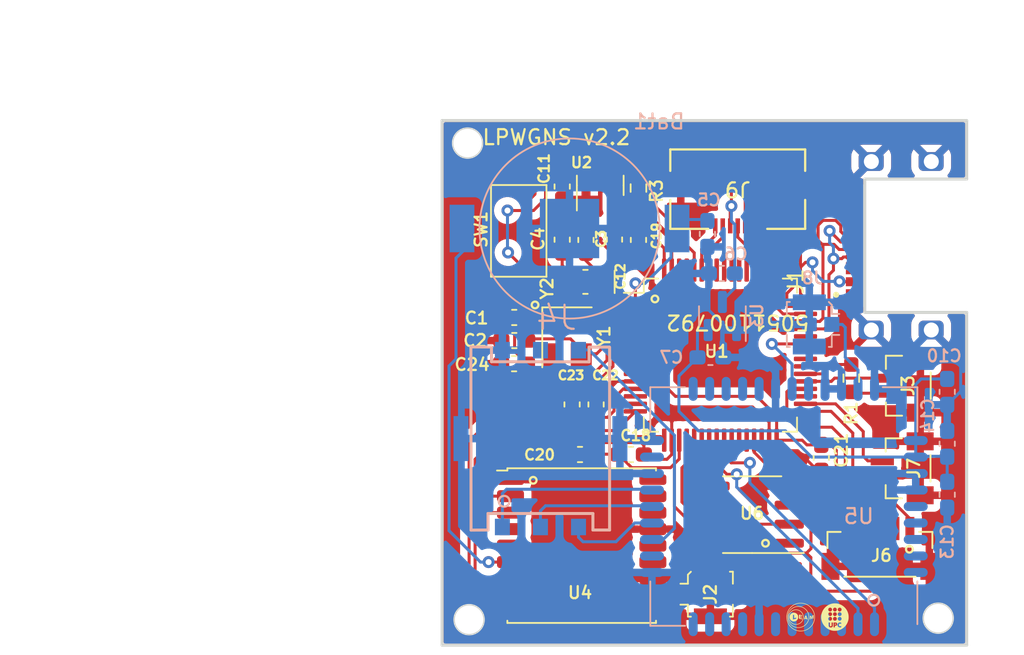
<source format=kicad_pcb>
(kicad_pcb (version 20241229) (generator "pcbnew") (generator_version "9.0")
  (layers (0 "F.Cu" signal) (2 "B.Cu" signal) (13 "F.Paste" user) (15 "B.Paste" user) (5 "F.SilkS" user "F.Silkscreen") (7 "B.SilkS" user "B.Silkscreen") (1 "F.Mask" user) (3 "B.Mask" user) (25 "Edge.Cuts" user))
  (net 0 "")
  (net 1 "GND")
  (net 2 "PH0-HSO_IN")
  (net 3 "PC14-LSO_IN")
  (net 4 "Vin")
  (net 5 "NRST")
  (net 6 "LPWA_NRST")
  (net 7 "GPS_NRST")
  (net 8 "VUSB")
  (net 11 "D-")
  (net 12 "D+")
  (net 15 "SWCLK")
  (net 16 "DEBUG_Tx")
  (net 17 "DEBUG_Rx")
  (net 18 "MIC_WS")
  (net 19 "MIC_DATA")
  (net 20 "MIC_BCLK")
  (net 21 "STATUS_N")
  (net 22 "PH1-HSO_OUT")
  (net 23 "STATUS_P")
  (net 24 "PC15-LSO_OUT")
  (net 25 "LPWA_UART4_TX")
  (net 26 "LPUART_RX")
  (net 27 "LPUART_TX")
  (net 29 "LPWA_UART4_RX")
  (net 31 "BOOT0")
  (net 45 "uC_PB_REC")
  (net 46 "SCK(C)")
  (net 47 "MISO(Q)")
  (net 48 "MOSI(D)")
  (net 49 "CS(S)")
  (net 55 "+1V8")
  (net 56 "Net-(J2-In)")
  (net 64 "SIM_VDD")
  (net 65 "SIM_RST")
  (net 66 "SIM_CLK")
  (net 68 "SIM_DATA")
  (net 69 "ANT_NBIoT")
  (net 92 "SWDIO")
  (net 93 "Net-(J3-Pad2)")
  (net 94 "+2V1")
  (net 97 "VBAT_P2")
  (net 98 "VBAT_P1")
  (footprint "5044490507:MOLEX_5044490507" (layer "F.Cu") (at 54.110792 130.658878)
    (property "Reference" "J6")
    (property "Value" "5044490507")
  )
  (footprint "Capacitor_SMD:C_0603_1608Metric_Pad1.08x0.95mm_HandSolder" (layer "F.Cu") (at 36.4 109.8375 90)
    (property "Reference" "C12")
    (property "Value" "1uF")
  )
  (footprint "Capacitor_SMD:C_0603_1608Metric_Pad1.08x0.95mm_HandSolder" (layer "F.Cu") (at 29.710792 115.034855 180)
    (property "Reference" "C1")
    (property "Value" "8pf")
  )
  (footprint "Connector_Coaxial:U.FL_Molex_MCRF_73412-0110_Vertical" (layer "F.Cu") (at 42.8 133.5 -90)
    (property "Reference" "J2")
    (property "Value" "73412-0110")
  )
  (footprint "Resistor_SMD:R_0603_1608Metric_Pad0.98x0.95mm_HandSolder" (layer "F.Cu") (at 52.2 119.0875 90)
    (property "Reference" "R1")
    (property "Value" "5")
  )
  (footprint "Customs:Crystal_SMD_Abracon_ABM8G-4Pin_Custom" (layer "F.Cu") (at 33.230613 116.362709 -90)
    (property "Reference" "Y1")
    (property "Value" "ABM8W-16.3840MHZ")
  )
  (footprint "Capacitor_SMD:C_0603_1608Metric_Pad1.08x0.95mm_HandSolder" (layer "F.Cu") (at 34.099632 124.179292)
    (property "Reference" "C20")
    (property "Value" "100nF")
  )
  (footprint "Capacitor_SMD:C_0603_1608Metric_Pad1.08x0.95mm_HandSolder" (layer "F.Cu") (at 32.910792 109.846378 -90)
    (property "Reference" "C4")
    (property "Value" "8pf")
  )
  (footprint "Capacitor_SMD:C_0603_1608Metric_Pad1.08x0.95mm_HandSolder" (layer "F.Cu") (at 29.715893 116.577373)
    (property "Reference" "C2")
    (property "Value" "8pf")
  )
  (footprint "Capacitor_SMD:C_0603_1608Metric_Pad1.08x0.95mm_HandSolder" (layer "F.Cu") (at 38 109.8625 90)
    (property "Reference" "C19")
    (property "Value" "100nF")
  )
  (footprint "Capacitor_SMD:C_0603_1608Metric_Pad1.08x0.95mm_HandSolder" (layer "F.Cu") (at 29.702063 118.118915)
    (property "Reference" "C24")
    (property "Value" "100nF")
  )
  (footprint "Capacitor_SMD:C_0603_1608Metric_Pad1.08x0.95mm_HandSolder" (layer "F.Cu") (at 34.494789 109.864344 90)
    (property "Reference" "C3")
    (property "Value" "8pf")
  )
  (footprint "Capacitor_SMD:C_0603_1608Metric_Pad1.08x0.95mm_HandSolder" (layer "F.Cu") (at 32.910792 106.3 90)
    (property "Reference" "C11")
    (property "Value" "1uF")
  )
  (footprint "5044490207:MOLEX_5044490207" (layer "F.Cu") (at 55.825024 119.590293 90)
    (property "Reference" "J3")
    (property "Value" "5044490207")
  )
  (footprint "Capacitor_SMD:C_0603_1608Metric_Pad1.08x0.95mm_HandSolder" (layer "F.Cu") (at 37.499632 124.179292 180)
    (property "Reference" "C18")
    (property "Value" "10uF")
  )
  (footprint "Capacitor_SMD:C_0603_1608Metric_Pad1.08x0.95mm_HandSolder" (layer "F.Cu") (at 50.2 124.4 90)
    (property "Reference" "C21")
    (property "Value" "100nF")
  )
  (footprint "Package_TO_SOT_SMD:SOT-23" (layer "F.Cu") (at 35.45 106.221378 90)
    (property "Reference" "U2")
    (property "Value" "MCP1700x-180xxTT")
  )
  (footprint "Capacitor_SMD:C_0603_1608Metric_Pad1.08x0.95mm_HandSolder" (layer "F.Cu") (at 35.17044 120.839804 -90)
    (property "Reference" "C22")
    (property "Value" "100nF")
  )
  (footprint "RF_GPS:ublox_MAX" (layer "F.Cu") (at 34.210792 130.258878)
    (property "Reference" "U4")
    (property "Value" "MAX-M10S")
  )
  (footprint "Package_QFP:LQFP-64_10x10mm_P0.5mm" (layer "F.Cu") (at 43.46967 117.55)
    (property "Reference" "U1")
    (property "Value" "STM32L452RET6")
  )
  (footprint "USB4500-03-0-A_REVA:GCT_USB4500-03-0-A_REVA" (layer "F.Cu") (at 57.540037 110.252107 90)
    (property "Reference" "J1")
    (property "Value" "USB4500-03-0-A")
  )
  (footprint "Package_SO:SOIC-8_3.9x4.9mm_P1.27mm" (layer "F.Cu") (at 45.585792 128.193878 180)
    (property "Reference" "U6")
    (property "Value" "M95P32-I")
  )
  (footprint "Crystal:Crystal_SMD_MicroCrystal_CC8V-T1A-2Pin_2.0x1.2mm_HandSoldering" (layer "F.Cu") (at 34.460792 112.658878 180)
    (property "Reference" "Y2")
    (property "Value" "CM8V-T1A-32.768kHz-4pF-20PPM-TA-QC")
  )
  (footprint "Capacitor_SMD:C_0603_1608Metric_Pad1.08x0.95mm_HandSolder" (layer "F.Cu") (at 33.57044 120.839804 -90)
    (property "Reference" "C23")
    (property "Value" "1uF")
  )
  (footprint "Customs:leam_upc" (layer "F.Cu") (at 50 135)
    (property "Reference" "G***" (hide yes))
    (property "Value" "LOGO" (hide yes))
  )
  (footprint "5044490207:MOLEX_5044490207" (layer "F.Cu") (at 55.810792 125.1 90)
    (property "Reference" "J7")
    (property "Value" "5044490207")
  )
  (footprint "Button_Switch_SMD:SW_SPST_CK_RS282G05A3" (layer "F.Cu") (at 30.010792 109.258878 -90)
    (property "Reference" "SW1")
    (property "Value" "PTS636 SM43 SMTR LFS ")
  )
  (footprint "Resistor_SMD:R_0603_1608Metric_Pad0.98x0.95mm_HandSolder" (layer "F.Cu") (at 38 106.4 90)
    (property "Reference" "R3")
    (property "Value" "10k")
  )
  (footprint "505110-0792:CON_5051100792_MOL" (layer "F.Cu") (at 44.623137 106.473871 180)
    (property "Reference" "J9")
    (property "Value" "5051100792")
  )
  (footprint "SIM8051-6-0-14-00-X-REVD:GCT_SIM8051-6-0-14-00-X-REVD" (layer "B.Cu") (at 31.460611 123.116836 180)
    (property "Reference" "J4")
    (property "Value" "SIM8051-6-0-14-00")
  )
  (footprint "Capacitor_SMD:C_0603_1608Metric_Pad1.08x0.95mm_HandSolder" (layer "B.Cu") (at 58.6 120 90)
    (property "Reference" "C10")
    (property "Value" "4.7uF")
  )
  (footprint "RF_GSM:SIMCom_SIM800C" (layer "B.Cu") (at 47.7 127.65 90)
    (property "Reference" "U5")
    (property "Value" "SIM7022")
  )
  (footprint "Capacitor_SMD:C_0603_1608Metric_Pad1.08x0.95mm_HandSolder" (layer "B.Cu") (at 43.5625 112.1)
    (property "Reference" "C6")
    (property "Value" "1uF")
  )
  (footprint "2894:BAT_2894" (layer "B.Cu") (at 33.4 109.1 180)
    (property "Reference" "Bat1")
    (property "Value" "534-2894")
  )
  (footprint "Package_TO_SOT_SMD:SOT-23" (layer "B.Cu") (at 43.6 114.9375 90)
    (property "Reference" "U3")
    (property "Value" "MCP1700T-2302E/TT ")
  )
  (footprint "Capacitor_SMD:C_0603_1608Metric_Pad1.08x0.95mm_HandSolder" (layer "B.Cu") (at 58.6 126.8625 90)
    (property "Reference" "C13")
    (property "Value" "33pF")
  )
  (footprint "Capacitor_SMD:C_0603_1608Metric_Pad1.08x0.95mm_HandSolder" (layer "B.Cu") (at 42.8 117.7 180)
    (property "Reference" "C7")
    (property "Value" "1uF")
  )
  (footprint "Capacitor_SMD:C_0603_1608Metric_Pad1.08x0.95mm_HandSolder" (layer "B.Cu") (at 58.6 123.4625 -90)
    (property "Reference" "C14")
    (property "Value" "100nF")
  )
  (footprint "Connector_Coaxial:U.FL_Molex_MCRF_73412-0110_Vertical" (layer "B.Cu") (at 49.4 115.5 -90)
    (property "Reference" "J8")
    (property "Value" "73412-0110")
  )
  (footprint "Capacitor_SMD:C_0603_1608Metric_Pad1.08x0.95mm_HandSolder" (layer "B.Cu") (at 42.6 109.4625 90)
    (property "Reference" "C5")
    (property "Value" "100nF")
  )
  (gr_circle (center 31.1 114.2) (end 31.2 114.4) (stroke (width 0.15)) (fill no) (layer "F.SilkS"))
  (gr_circle (center 30.976394 125.9) (end 31.076394 126.1) (stroke (width 0.15)) (fill no) (layer "F.SilkS"))
  (gr_circle (center 46.476394 130.1) (end 46.576394 130.3) (stroke (width 0.15)) (fill no) (layer "F.SilkS"))
  (gr_circle (center 56.076394 130.5) (end 56.176394 130.7) (stroke (width 0.15)) (fill no) (layer "F.SilkS"))
  (gr_circle (center 39.1 113.8) (end 39.2 114) (stroke (width 0.15)) (fill no) (layer "F.SilkS"))
  (gr_circle (center 53.7 133.9) (end 54 134.1) (stroke (width 0.15)) (fill no) (layer "B.SilkS"))
  (gr_circle (center 29.039445 127.3) (end 29.339445 127.5) (stroke (width 0.15)) (fill no) (layer "B.SilkS"))
  (gr_line (start 53.1 114.7) (end 53.1 105.8) (stroke (width 0.2)) (layer "Edge.Cuts"))
  (gr_line (start 53.1 105.8) (end 59.9 105.8) (stroke (width 0.2)) (layer "Edge.Cuts"))
  (gr_line (start 59.9 101.9) (end 24.9 101.9) (stroke (width 0.2)) (layer "Edge.Cuts"))
  (gr_line (start 24.9 101.9) (end 24.9 136.9) (stroke (width 0.2)) (layer "Edge.Cuts"))
  (gr_circle (center 26.7 135.2) (end 27.7 135.2) (stroke (width 0.1)) (fill no) (layer "Edge.Cuts"))
  (gr_line (start 59.9 105.8) (end 59.9 101.9) (stroke (width 0.2)) (layer "Edge.Cuts"))
  (gr_line (start 59.9 136.9) (end 59.9 114.7) (stroke (width 0.2)) (layer "Edge.Cuts"))
  (gr_circle (center 58 135.1) (end 59 135.1) (stroke (width 0.1)) (fill no) (layer "Edge.Cuts"))
  (gr_line (start 24.9 136.9) (end 59.9 136.9) (stroke (width 0.2)) (layer "Edge.Cuts"))
  (gr_circle (center 26.6 103.4) (end 27.6 103.4) (stroke (width 0.1)) (fill no) (layer "Edge.Cuts"))
  (gr_line (start 59.9 114.7) (end 53.1 114.7) (stroke (width 0.2)) (layer "Edge.Cuts"))
  (gr_text "LPWGNS v2.2" (at 27.5 103.6 0) (layer "F.SilkS") (effects (font (size 1 1)) (justify left bottom)))
  (segment (start 37.427587 108.127587) (end 37.1 107.8) (width 0.2) (layer "F.Cu") (net 1))
  (segment (start 39.071378 106.558878) (end 38 105.4875) (width 0.2) (layer "F.Cu") (net 1))
  (segment (start 28.853393 118.105085) (end 28.839563 118.118915) (width 0.2) (layer "F.Cu") (net 1))
  (segment (start 40.21967 109.81967) (end 38.527587 108.127587) (width 0.2) (layer "F.Cu") (net 1))
  (segment (start 58.8 126.563086) (end 58.8 131.3) (width 0.2) (layer "F.Cu") (net 1))
  (segment (start 52.856122 131.643878) (end 53.1 131.4) (width 0.2) (layer "F.Cu") (net 1))
  (segment (start 45.7 133.5) (end 45.9 133.7) (width 0.2) (layer "F.Cu") (net 1))
  (segment (start 56.795792 123.3) (end 56.795792 121.529208) (width 0.2) (layer "F.Cu") (net 1))
  (segment (start 38.362132 123.562132) (end 38.362132 124.179292) (width 0.2) (layer "F.Cu") (net 1))
  (segment (start 50.810792 131.643878) (end 50.810792 130.310792) (width 0.2) (layer "F.Cu") (net 1))
  (segment (start 27.5 109.667756) (end 27.5 114.8) (width 0.2) (layer "F.Cu") (net 1))
  (segment (start 48.3 113.035356) (end 47.9 113.435356) (width 0.2) (layer "F.Cu") (net 1))
  (segment (start 38.362132 124.179292) (end 38.979292 124.179292) (width 0.2) (layer "F.Cu") (net 1))
  (segment (start 38.960792 134.658878) (end 40.658878 134.658878) (width 0.2) (layer "F.Cu") (net 1))
  (segment (start 28.741122 105.358878) (end 30.010792 105.358878) (width 0.2) (layer "F.Cu") (net 1))
  (segment (start 36.508878 129.608878) (end 37.210792 129.608878) (width 0.2) (layer "F.Cu") (net 1))
  (segment (start 30.341122 103.558878) (end 45.758878 103.558878) (width 0.2) (layer "F.Cu") (net 1))
  (segment (start 37.458878 132.458878) (end 38.960792 132.458878) (width 0.2) (layer "F.Cu") (net 1))
  (segment (start 58.7 117.03207) (end 58.7 117.780586) (width 0.2) (layer "F.Cu") (net 1))
  (segment (start 37.160792 132.160792) (end 37.458878 132.458878) (width 0.2) (layer "F.Cu") (net 1))
  (segment (start 32.758878 125.858878) (end 36.508878 129.608878) (width 0.2) (layer "F.Cu") (net 1))
  (segment (start 58.4 133.3) (end 58.8 132.9) (width 0.2) (layer "F.Cu") (net 1))
  (segment (start 48.3 110.6) (end 48.3 113.035356) (width 0.2) (layer "F.Cu") (net 1))
  (segment (start 30.010792 103.889208) (end 30.341122 103.558878) (width 0.2) (layer "F.Cu") (net 1))
  (segment (start 35.291122 107.158878) (end 35.45 107) (width 0.2) (layer "F.Cu") (net 1))
  (segment (start 38.183878 123.383878) (end 38.362132 123.562132) (width 0.2) (layer "F.Cu") (net 1))
  (segment (start 42.8 134.975) (end 45.425 134.975) (width 0.2) (layer "F.Cu") (net 1))
  (segment (start 27.734855 115.034855) (end 28.848292 115.034855) (width 0.2) (layer "F.Cu") (net 1))
  (segment (start 40.21967 111.875) (end 40.21967 109.81967) (width 0.2) (layer "F.Cu") (net 1))
  (segment (start 37.160792 129.658878) (end 37.160792 132.058878) (width 0.2) (layer "F.Cu") (net 1))
  (segment (start 37.975 110.7) (end 38 110.725) (width 0.2) (layer "F.Cu") (net 1))
  (segment (start 30.010792 105.358878) (end 30.010792 103.889208) (width 0.2) (layer "F.Cu") (net 1))
  (segment (start 54.270792 125.6) (end 58.4 125.6) (width 0.2) (layer "F.Cu") (net 1))
  (segment (start 58.8 126) (end 58.8 126.563086) (width 0.2) (layer "F.Cu") (net 1))
  (segment (start 37.160792 134.360792) (end 37.160792 132.058878) (width 0.2) (layer "F.Cu") (net 1))
  (segment (start 58.8 117.9) (end 58.8 122.9) (width 0.2) (layer "F.Cu") (net 1))
  (segment (start 58.4 123.3) (end 58.8 122.9) (width 0.2) (layer "F.Cu") (net 1))
  (segment (start 39.31967 118.58033) (end 38.6 119.3) (width 0.2) (layer "F.Cu") (net 1))
  (segment (start 37.210792 129.608878) (end 37.160792 129.658878) (width 0.2) (layer "F.Cu") (net 1))
  (segment (start 50.8 128.2) (end 50.8 130.3) (width 0.2) (layer "F.Cu") (net 1))
  (segment (start 32.910792 107.1625) (end 32.914414 107.158878) (width 0.2) (layer "F.Cu") (net 1))
  (segment (start 37.210792 129.389208) (end 37.210792 129.608878) (width 0.2) (layer "F.Cu") (net 1))
  (segment (start 46.4 121.7) (end 40.5 121.7) (width 0.2) (layer "F.Cu") (net 1))
  (segment (start 39.9 124.5) (end 40.21967 124.18033) (width 0.2) (layer "F.Cu") (net 1))
  (segment (start 36.2 110.7) (end 37.975 110.7) (width 0.2) (layer "F.Cu") (net 1))
  (segment (start 38.527587 108.127587) (end 37.427587 108.127587) (width 0.2) (layer "F.Cu") (net 1))
  (segment (start 45.758878 103.558878) (end 47.3 105.1) (width 0.2) (layer "F.Cu") (net 1))
  (segment (start 56.810024 117.790293) (end 58.690293 117.790293) (width 0.2) (layer "F.Cu") (net 1))
  (segment (start 35.45 107) (end 35.45 106.734982) (width 0.2) (layer "F.Cu") (net 1))
  (segment (start 42.8 132.025) (end 44.025 132.025) (width 0.2) (layer "F.Cu") (net 1))
  (segment (start 38 111.8) (end 39.31967 113.11967) (width 0.2) (layer "F.Cu") (net 1))
  (segment (start 48.060792 126.288878) (end 48.888878 126.288878) (width 0.2) (layer "F.Cu") (net 1))
  (segment (start 36.226844 110.726844) (end 34.501844 109.001844) (width 0.2) (layer "F.Cu") (net 1))
  (segment (start 52.390037 105.826109) (end 52.390037 107.052107) (width 0.2) (layer "F.Cu") (net 1))
  (segment (start 27.9 106.2) (end 28.741122 105.358878) (width 0.2) (layer "F.Cu") (net 1))
  (segment (start 33.53294 120.014804) (end 33.57044 119.977304) (width 0.2) (layer "F.Cu") (net 1))
  (segment (start 46.71967 123.225) (end 46.71967 122.01967) (width 0.2) (layer "F.Cu") (net 1))
  (segment (start 29.460792 125.858878) (end 32.758878 125.858878) (width 0.2) (layer "F.Cu") (net 1))
  (segment (start 52.390037 113.452107) (end 52.390037 114.722107) (width 0.2) (layer "F.Cu") (net 1))
  (segment (start 38 110.725) (end 38 111.8) (width 0.2) (layer "F.Cu") (net 1))
  (segment (start 39.31967 113.11967) (end 39.31967 118.58033) (width 0.2) (layer "F.Cu") (net 1))
  (segment (start 38.960792 134.658878) (end 37.458878 134.658878) (width 0.2) (layer "F.Cu") (net 1))
  (segment (start 58.456122 131.643878) (end 58.8 131.3) (width 0.2) (layer "F.Cu") (net 1))
  (segment (start 50.2 125.65) (end 50.2 125.2625) (width 0.2) (layer "F.Cu") (net 1))
  (segment (start 58.463086 126.9) (end 58.8 126.563086) (width 0.2) (layer "F.Cu") (net 1))
  (segment (start 33.57044 119.977304) (end 35.17044 119.977304) (width 0.2) (layer "F.Cu") (net 1))
  (segment (start 52.390037 105.782107) (end 53.540037 104.632107) (width 0.2) (layer "F.Cu") (net 1))
  (segment (start 58.8 132.9) (end 58.8 131.3) (width 0.2) (layer "F.Cu") (net 1))
  (segment (start 33.248292 125.369464) (end 33.248292 123.551708) (width 0.2) (layer "F.Cu") (net 1))
  (segment (start 46.71967 124.03033) (end 46.71967 123.225) (width 0.2) (layer "F.Cu") (net 1))
  (segment (start 32.910792 108.983878) (end 28.183878 108.983878) (width 0.2) (layer "F.Cu") (net 1))
  (segment (start 37.1 107.8) (end 37.1 106.3875) (width 0.2) (layer "F.Cu") (net 1))
  (segment (start 53.110792 130.089208) (end 53.110792 129.118878) (width 0.2) (layer "F.Cu") (net 1))
  (segment (start 53.110792 128.560792) (end 50.2 125.65) (width 0.2) (layer "F.Cu") (net 1))
  (segment (start 40.21967 111.875) (end 40.21967 113.01967) (width 0.2) (layer "F.Cu") (net 1))
  (segment (start 58.4 125.6) (end 58.8 126) (width 0.2) (layer "F.Cu") (net 1))
  (segment (start 47.43689 107.66311) (end 49.71939 107.66311) (width 0.2) (layer "F.Cu") (net 1))
  (segment (start 45.9 132.7) (end 45.9 134.5) (width 0.2) (layer "F.Cu") (net 1))
  (segment (start 38.6 119.3) (end 37.79467 119.3) (width 0.2) (layer "F.Cu") (net 1))
  (segment (start 49.9625 125.2625) (end 49.2 124.5) (width 0.2) (layer "F.Cu") (net 1))
  (segment (start 57.540037 115.872107) (end 58.7 117.03207) (width 0.2) (layer "F.Cu") (net 1))
  (segment (start 47.3 105.1) (end 47.3 105.623777) (width 0.2) (layer "F.Cu") (net 1))
  (segment (start 49.2 124.5) (end 47.18934 124.5) (width 0.2) (layer "F.Cu") (net 1))
  (segment (start 37.458878 134.658878) (end 37.160792 134.360792) (width 0.2) (layer "F.Cu") (net 1))
  (segment (start 47.9 113.435356) (end 47.9 114.2) (width 0.2) (layer "F.Cu") (net 1))
  (segment (start 32.758878 125.858878) (end 33.248292 125.369464) (width 0.2) (layer "F.Cu") (net 1))
  (segment (start 33.248292 123.551708) (end 33.416122 123.383878) (width 0.2) (layer "F.Cu") (net 1))
  (segment (start 50.810792 131.643878) (end 52.856122 131.643878) (width 0.2) (layer "F.Cu") (net 1))
  (segment (start 28.183878 108.983878) (end 27.5 109.667756) (width 0.2) (layer "F.Cu") (net 1))
  (segment (start 35.892366 119.977304) (end 36.56967 119.3) (width 0.2) (layer "F.Cu") (net 1))
  (segment (start 28.853393 116.577373) (end 28.853393 118.105085) (width 0.2) (layer "F.Cu") (net 1))
  (segment (start 52.390037 105.826109) (end 52.390037 105.782107) (width 0.2) (layer "F.Cu") (net 1))
  (segment (start 35.45 106.734982) (end 36.697482 105.4875) (width 0.2) (layer "F.Cu") (net 1))
  (segment (start 55.458223 117.790293) (end 56.329755 117.790293) (width 0.2) (layer "F.Cu") (net 1))
  (segment (start 37.441122 129.158878) (end 37.210792 129.389208) (width 0.2) (layer "F.Cu") (net 1))
  (segment (start 53.1 130.1) (end 53.110792 130.089208) (width 0.2) (layer "F.Cu") (net 1))
  (segment (start 40.975 134.975) (end 42.8 134.975) (width 0.2) (layer "F.Cu") (net 1))
  (segment (start 46.169986 108.930014) (end 47.43689 107.66311) (width 0.2) (layer "F.Cu") (net 1))
  (segment (start 55.1 133.3) (end 58.4 133.3) (width 0.2) (layer "F.Cu") (net 1))
  (segment (start 40.21967 113.01967) (end 42.5 115.3) (width 0.2) (layer "F.Cu") (net 1))
  (segment (start 48 114.3) (end 49.14467 114.3) (width 0.2) (layer "F.Cu") (net 1))
  (segment (start 48.888878 126.288878) (end 50.8 128.2) (width 0.2) (layer "F.Cu") (net 1))
  (segment (start 45.225 132.025) (end 45.9 132.7) (width 0.2) (layer "F.Cu") (net 1))
  (segment (start 40.21967 124.18033) (end 40.21967 123.225) (width 0.2) (layer "F.Cu") (net 1))
  (segment (start 56.795792 123.3) (end 58.4 123.3) (width 0.2) (layer "F.Cu") (net 1))
  (segment (start 32.910792 108.983878) (end 32.910792 107.1625) (width 0.2) (layer "F.Cu") (net 1))
  (segment (start 33.416122 123.383878) (end 38.183878 123.383878) (width 0.2) (layer "F.Cu") (net 1))
  (segment (start 34.501844 109.001844) (end 34.494789 109.001844) (width 0.2) (layer "F.Cu") (net 1))
  (segment (start 40.5 121.7) (end 40.21967 121.98033) (width 0.2) (layer "F.Cu") (net 1))
  (segment (start 46.71967 122.01967) (end 46.4 121.7) (width 0.2) (layer "F.Cu") (net 1))
  (segment (start 28.183878 108.983878) (end 27.9 108.7) (width 0.2) (layer "F.Cu") (net 1))
  (segment (start 38.979292 124.179292) (end 39.3 124.5) (width 0.2) (layer "F.Cu") (net 1))
  (segment (start 58.8 122.9) (end 58.8 126.563086) (width 0.2) (layer "F.Cu") (net 1))
  (segment (start 32.910792 108.983878) (end 34.476823 108.983878) (width 0.2) (layer "F.Cu") (net 1))
  (segment (start 32.914414 107.158878) (end 35.291122 107.158878) (width 0.2) (layer "F.Cu") (net 1))
  (segment (start 45.425 134.975) (end 45.9 134.5) (width 0.2) (layer "F.Cu") (net 1))
  (segment (start 56.795792 126.9) (end 58.463086 126.9) (width 0.2) (layer "F.Cu") (net 1))
  (segment (start 52.390037 114.722107) (end 53.540037 115.872107) (width 0.2) (layer "F.Cu") (net 1))
  (segment (start 58.7 117.780586) (end 58.690293 117.790293) (width 0.2) (layer "F.Cu") (net 1))
  (segment (start 44.3 133.5) (end 45.7 133.5) (width 0.2) (layer "F.Cu") (net 1))
  (segment (start 27.5 114.8) (end 27.734855 115.034855) (width 0.2) (layer "F.Cu") (net 1))
  (segment (start 28.848292 115.034855) (end 28.848292 116.572272) (width 0.2) (layer "F.Cu") (net 1))
  (segment (start 39.3 124.5) (end 39.9 124.5) (width 0.2) (layer "F.Cu") (net 1))
  (segment (start 53.1 131.4) (end 53.1 130.1) (width 0.2) (layer "F.Cu") (net 1))
  (segment (start 53.110792 128.758878) (end 53.110792 128.560792) (width 0.2) (layer "F.Cu") (net 1))
  (segment (start 38.960792 129.158878) (end 37.441122 129.158878) (width 0.2) (layer "F.Cu") (net 1))
  (segment (start 45.9 134.5) (end 53.9 134.5) (width 0.2) (layer "F.Cu") (net 1))
  (segment (start 51.663928 105.1) (end 52.390037 105.826109) (width 0.2) (layer "F.Cu") (net 1))
  (segment (start 47.3 105.623777) (end 47.906238 106.230015) (width 0.2) (layer "F.Cu") (net 1))
  (segment (start 48 110.3) (end 48.3 110.6) (width 0.2) (layer "F.Cu") (net 1))
  (segment (start 53.9 134.5) (end 55.1 133.3) (width 0.2) (layer "F.Cu") (net 1))
  (segment (start 57.410792 131.643878) (end 58.456122 131.643878) (width 0.2) (layer "F.Cu") (net 1))
  (segment (start 52.390037 107.052107) (end 50.330393 107.052107) (width 0.2) (layer "F.Cu") (net 1))
  (segment (start 42.8 132.025) (end 45.225 132.025) (width 0.2) (layer "F.Cu") (net 1))
  (segment (start 40.7 106.558878) (end 39.071378 106.558878) (width 0.2) (layer "F.Cu") (net 1))
  (segment (start 58.690293 117.790293) (end 58.8 117.9) (width 0.2) (layer "F.Cu") (net 1))
  (segment (start 40.21967 121.98033) (end 40.21967 123.225) (width 0.2) (layer "F.Cu") (net 1))
  (segment (start 37.1 106.3875) (end 38 105.4875) (width 0.2) (layer "F.Cu") (net 1))
  (segment (start 53.540037 115.872107) (end 55.458223 117.790293) (width 0.2) (layer "F.Cu") (net 1))
  (segment (start 47.18934 124.5) (end 46.71967 124.03033) (width 0.2) (layer "F.Cu") (net 1))
  (segment (start 40.658878 134.658878) (end 40.975 134.975) (width 0.2) (layer "F.Cu") (net 1))
  (segment (start 37.160792 132.058878) (end 37.160792 132.160792) (width 0.2) (layer "F.Cu") (net 1))
  (segment (start 56.795792 121.529208) (end 56.825 121.5) (width 0.2) (layer "F.Cu") (net 1))
  (segment (start 35.17044 119.977304) (end 35.892366 119.977304) (width 0.2) (layer "F.Cu") (net 1))
  (segment (start 27.9 108.7) (end 27.9 106.2) (width 0.2) (layer "F.Cu") (net 1))
  (segment (start 36.697482 105.4875) (end 38 105.4875) (width 0.2) (layer "F.Cu") (net 1))
  (segment (start 50.2 125.2625) (end 49.9625 125.2625) (width 0.2) (layer "F.Cu") (net 1))
  (segment (start 47.3 105.1) (end 51.663928 105.1) (width 0.2) (layer "F.Cu") (net 1))
  (segment (start 36.56967 119.3) (end 37.79467 119.3) (width 0.2) (layer "F.Cu") (net 1))
  (segment (start 50.330393 107.052107) (end 48 109.3825) (width 0.2) (layer "F.Cu") (net 1))
  (segment (start 48 109.3825) (end 48 110.3) (width 0.2) (layer "F.Cu") (net 1))
  (segment (start 34.476823 108.983878) (end 34.494789 109.001844) (width 0.2) (layer "F.Cu") (net 1))
  (segment (start 47.9 114.2) (end 48 114.3) (width 0.2) (layer "F.Cu") (net 1))
  (segment (start 28.848292 116.572272) (end 28.853393 116.577373) (width 0.2) (layer "F.Cu") (net 1))
  (segment (start 33.5 106.4) (end 33.4 106.5) (width 0.2) (layer "B.Cu") (net 1))
  (segment (start 49.4 114.025) (end 49.5 114.125) (width 0.2) (layer "B.Cu") (net 1))
  (segment (start 47.15 118.85) (end 46 117.7) (width 0.2) (layer "B.Cu") (net 1))
  (segment (start 43.725 115.875) (end 44.025 115.875) (width 0.2) (layer "B.Cu") (net 1))
  (segment (start 50.45 118.45) (end 50.3 118.3) (width 0.2) (layer "B.Cu") (net 1))
  (segment (start 43 125.3) (end 43 131) (width 0.2) (layer "B.Cu") (net 1))
  (segment (start 33.4 112.7) (end 32 114.1) (width 0.2) (layer "B.Cu") (net 1))
  (segment (start 55.4 133.5) (end 57.8 133.5) (width 0.2) (layer "B.Cu") (net 1))
  (segment (start 59.5 119.9625) (end 58.6 120.8625) (width 0.2) (layer "B.Cu") (net 1))
  (segment (start 51.8 107) (end 51.8 104) (width 0.2) (layer "B.Cu") (net 1))
  (segment (start 29.4 130.2) (end 31.25 132.05) (width 0.2) (layer "B.Cu") (net 1))
  (segment (start 26.160611 123.116836) (end 36.760611 123.116836) (width 0.2) (layer "B.Cu") (net 1))
  (segment (start 28.183164 117.216836) (end 26.2 119.2) (width 0.2) (layer "B.Cu") (net 1))
  (segment (start 26.2 123.4) (end 26.2 128.5) (width 0.2) (layer "B.Cu") (net 1))
  (segment (start 36.760611 125.260611) (end 36.95 125.45) (width 0.2) (layer "B.Cu") (net 1))
  (segment (start 41.95 132.05) (end 43 131) (width 0.2) (layer "B.Cu") (net 1))
  (segment (start 57.8 133.5) (end 58.6 132.7) (width 0.2) (layer "B.Cu") (net 1))
  (segment (start 47.15 119.8) (end 47.15 118.85) (width 0.2) (layer "B.Cu") (net 1))
  (segment (start 37.833164 123.25) (end 38.9 123.25) (width 0.2) (layer "B.Cu") (net 1))
  (segment (start 58.6 122.6) (end 58.6 120.8625) (width 0.2) (layer "B.Cu") (net 1))
  (segment (start 55.06793 117.4) (end 56.012144 117.4) (width 0.2) (layer "B.Cu") (net 1))
  (segment (start 30.2 114.1) (end 28.920611 115.379389) (width 0.2) (layer "B.Cu") (net 1))
  (segment (start 49.4 115.3) (end 49.4 114.025) (width 0.2) (layer "B.Cu") (net 1))
  (segment (start 54.572144 103.6) (end 56.50793 103.6) (width 0.2) (layer "B.Cu") (net 1))
  (segment (start 51.8 104) (end 52.2 103.6) (width 0.2) (layer "B.Cu") (net 1))
  (segment (start 43.6 116) (end 43.725 115.875) (width 0.2) (layer "B.Cu") (net 1))
  (segment (start 52.50793 103.6) (end 53.540037 104.632107) (width 0.2) (layer "B.Cu") (net 1))
  (segment (start 56.5 125.45) (end 56.5 126.55) (width 0.2) (layer "B.Cu") (net 1))
  (segment (start 49.4 115.3) (end 49.4 116.975) (width 0.2) (layer "B.Cu") (net 1))
  (segment (start 50.35 126.55) (end 47.3 123.5) (width 0.2) (layer "B.Cu") (net 1))
  (segment (start 58.6 132.7) (end 58.6 127.725) (width 0.2) (layer "B.Cu") (net 1))
  (segment (start 53.75 119.8) (end 53.75 118.25) (width 0.2) (layer "B.Cu") (net 1))
  (segment (start 53.540037 104.632107) (end 54.572144 103.6) (width 0.2) (layer "B.Cu") (net 1))
  (segment (start 42.7 112.1) (end 42.7 110.425) (width 0.2) (layer "B.Cu") (net 1))
  (segment (start 50.45 119.8) (end 50.45 118.45) (width 0.2) (layer "B.Cu") (net 1))
  (segment (start 48.2 111.7) (end 49.4 112.9) (width 0.2) (layer "B.Cu") (net 1))
  (segment (start 48.7 106.4) (end 33.5 106.4) (width 0.2) (layer "B.Cu") (net 1))
  (segment (start 59.5 117.9) (end 59.5 119.9625) (width 0.2) (layer "B.Cu") (net 1))
  (segment (start 44.8 123.5) (end 43 125.3) (width 0.2) (layer "B.Cu") (net 1))
  (segment (start 43.6 117.6375) (end 43.6 116) (width 0.2) (layer "B.Cu") (net 1))
  (segment (start 47.9 115.5) (end 49.2 115.5) (width 0.2) (layer "B.Cu") (net 1))
  (segment (start 51.8 107) (end 52.6 107.8) (width 0.2) (layer "B.Cu") (net 1))
  (segment (start 52.6 107.8) (end 52.6 114.93207) (width 0.2) (layer "B.Cu") (net 1))
  (segment (start 50.35 128.45) (end 55.4 133.5) (width 0.2) (layer "B.Cu") (net 1))
  (segment (start 46 117.7) (end 43.6625 117.7) (width 0.2) (layer "B.Cu") (net 1))
  (segment (start 28.920611 115.379389) (end 28.920611 117.216836) (width 0.2) (layer "B.Cu") (net 1))
  (segment (start 31.25 132.05) (end 41.95 132.05) (width 0.2) (layer "B.Cu") (net 1))
  (segment (start 43.6625 117.7) (end 43.6 117.6375) (width 0.2) (layer "B.Cu") (net 1))
  (segment (start 36.95 125.45) (end 38.65 125.45) (width 0.2) (layer "B.Cu") (net 1))
  (segment (start 49.4 112.9) (end 49.4 114.3) (width 0.2) (layer "B.Cu") (net 1))
  (segment (start 56.012144 117.4) (end 57.540037 115.872107) (width 0.2) (layer "B.Cu") (net 1))
  (segment (start 53.75 118.25) (end 54.6 117.4) (width 0.2) (layer "B.Cu") (net 1))
  (segment (start 49.2 115.5) (end 49.4 115.3) (width 0.2) (layer "B.Cu") (net 1))
  (segment (start 28.920611 117.216836) (end 28.183164 117.216836) (width 0.2) (layer "B.Cu") (net 1))
  (segment (start 56.50793 103.6) (end 57.540037 104.632107) (width 0.2) (layer "B.Cu") (net 1))
  (segment (start 45.825 115.775) (end 44.55 115.775) (width 0.2) (layer "B.Cu") (net 1))
  (segment (start 32 114.1) (end 30.2 114.1) (width 0.2) (layer "B.Cu") (net 1))
  (segment (start 56.5 126.55) (end 50.35 126.55) (width 0.2) (layer "B.Cu") (net 1))
  (segment (start 50.3 118.3) (end 49.6 118.3) (width 0.2) (layer "B.Cu") (net 1))
  (segment (start 46.05 134.05) (end 43 131) (width 0.2) (layer "B.Cu") (net 1))
  (segment (start 47.15 119.55) (end 47.15 121.25) (width 0.2) (layer "B.Cu") (net 1))
  (segment (start 26.2 128.5) (end 27.9 130.2) (width 0.2) (layer "B.Cu") (net 1))
  (segment (start 26.2 119.2) (end 26.2 122.8) (width 0.2) (layer "B.Cu") (net 1))
  (segment (start 33.4 106.5) (end 33.4 110.9) (width 0.2) (layer "B.Cu") (net 1))
  (segment (start 36.760611 123.116836) (end 36.760611 125.260611) (width 0.2) (layer "B.Cu") (net 1))
  (segment (start 49.3 107) (end 48.7 106.4) (width 0.2) (layer "B.Cu") (net 1))
  (segment (start 42.7 112.1) (end 42.7 114.55) (width 0.2) (layer "B.Cu") (net 1))
  (segment (start 52.6 114.93207) (end 55.06793 117.4) (width 0.2) (layer "B.Cu") (net 1))
  (segment (start 46.05 135.25) (end 46.05 134.05) (width 0.2) (layer "B.Cu") (net 1))
  (segment (start 49.3 107) (end 48.2 108.1) (width 0.2) (layer "B.Cu") (net 1))
  (segment (start 48.2 108.1) (end 48.2 111.7) (width 0.2) (layer "B.Cu") (net 1))
  (segment (start 33.4 109.1) (end 33.4 112.7) (width 0.2) (layer "B.Cu") (net 1))
  (segment (start 36.760611 123.116836) (end 37.7 123.116836) (width 0.2) (layer "B.Cu") (net 1))
  (segment (start 47.3 123.5) (end 44.8 123.5) (width 0.2) (layer "B.Cu") (net 1))
  (segment (start 46.1 115.5) (end 45.825 115.775) (width 0.2) (layer "B.Cu") (net 1))
  (segment (start 57.540037 115.940037) (end 59.5 117.9) (width 0.2) (layer "B.Cu") (net 1))
  (segment (start 37.7 123.116836) (end 37.833164 123.25) (width 0.2) (layer "B.Cu") (net 1))
  (segment (start 27.9 130.2) (end 29.4 130.2) (width 0.2) (layer "B.Cu") (net 1))
  (segment (start 44.025 115.875) (end 44.55 115.875) (width 0.2) (layer "B.Cu") (net 1))
  (segment (start 49.3 107) (end 51.8 107) (width 0.2) (layer "B.Cu") (net 1))
  (segment (start 42.7 110.425) (end 42.6 110.325) (width 0.2) (layer "B.Cu") (net 1))
  (segment (start 50.45 119.8) (end 51.55 119.8) (width 0.2) (layer "B.Cu") (net 1))
  (segment (start 47.15 121.25) (end 47.3 121.4) (width 0.2) (layer "B.Cu") (net 1))
  (segment (start 49.4 118.1) (end 49.4 116.975) (width 0.2) (layer "B.Cu") (net 1))
  (segment (start 46.1 115.5) (end 47.9 115.5) (width 0.2) (layer "B.Cu") (net 1))
  (segment (start 54.6 117.4) (end 55.06793 117.4) (width 0.2) (layer "B.Cu") (net 1))
  (segment (start 42.7 114.55) (end 44.025 115.875) (width 0.2) (layer "B.Cu") (net 1))
  (segment (start 50.35 126.55) (end 50.35 128.45) (width 0.2) (layer "B.Cu") (net 1))
  (segment (start 49.6 118.3) (end 49.4 118.1) (width 0.2) (layer "B.Cu") (net 1))
  (segment (start 47.3 121.4) (end 49.2 121.4) (width 0.2) (layer "B.Cu") (net 1))
  (segment (start 52.2 103.6) (end 52.50793 103.6) (width 0.2) (layer "B.Cu") (net 1))
  (segment (start 35.951914 115.8) (end 37.79467 115.8) (width 0.2) (layer "F.Cu") (net 2))
  (segment (start 35.53621 115.384296) (end 35.951914 115.8) (width 0.2) (layer "F.Cu") (net 2))
  (segment (start 35.53621 114.584296) (end 35.53621 115.384296) (width 0.2) (layer "F.Cu") (net 2))
  (segment (start 32.297661 115.296169) (end 32.297661 114.33346) (width 0.2) (layer "F.Cu") (net 2))
  (segment (start 32.522243 114.108878) (end 35.060792 114.108878) (width 0.2) (layer "F.Cu") (net 2))
  (segment (start 32.297661 114.33346) (end 32.522243 114.108878) (width 0.2) (layer "F.Cu") (net 2))
  (segment (start 32.193459 115.075977) (end 32.317482 115.2) (width 0.2) (layer "F.Cu") (net 2))
  (segment (start 35.060792 114.108878) (end 35.53621 114.584296) (width 0.2) (layer "F.Cu") (net 2))
  (segment (start 30.614414 115.075977) (end 32.193459 115.075977) (width 0.2) (layer "F.Cu") (net 2))
  (segment (start 35.510792 113.132696) (end 36.33621 113.958114) (width 0.2) (layer "F.Cu") (net 3))
  (segment (start 36.33621 114.634296) (end 36.501914 114.8) (width 0.2) (layer "F.Cu") (net 3))
  (segment (start 36.501914 114.8) (end 37.79467 114.8) (width 0.2) (layer "F.Cu") (net 3))
  (segment (start 35.510792 112.258878) (end 35.510792 113.132696) (width 0.2) (layer "F.Cu") (net 3))
  (segment (start 34.494789 110.726844) (end 34.494789 111.242875) (width 0.2) (layer "F.Cu") (net 3))
  (segment (start 34.494789 111.242875) (end 35.510792 112.258878) (width 0.2) (layer "F.Cu") (net 3))
  (segment (start 36.33621 113.958114) (end 36.33621 114.634296) (width 0.2) (layer "F.Cu") (net 3))
  (segment (start 32.910792 105.4375) (end 35.296378 105.4375) (width 0.2) (layer "F.Cu") (net 4))
  (segment (start 35.885792 105.283878) (end 36.56967 104.6) (width 0.2) (layer "F.Cu") (net 4))
  (segment (start 35.45 105.283878) (end 35.885792 105.283878) (width 0.2) (layer "F.Cu") (net 4))
  (segment (start 36.56967 104.6) (end 42.751914 104.6) (width 0.2) (layer "F.Cu") (net 4))
  (segment (start 44.2 107.6) (end 44.123138 107.676862) (width 0.2) (layer "F.Cu") (net 4))
  (segment (start 42.751914 104.6) (end 44.2 106.048086) (width 0.2) (layer "F.Cu") (net 4))
  (segment (start 44.123138 107.676862) (end 44.123138 108.530014) (width 0.2) (layer "F.Cu") (net 4))
  (segment (start 35.296378 105.4375) (end 35.45 105.283878) (width 0.2) (layer "F.Cu") (net 4))
  (segment (start 44.2 106.048086) (end 44.2 107.6) (width 0.2) (layer "F.Cu") (net 4))
  (via (at 44.2 107.6) (size 0.8) (drill 0.4) (layers "F.Cu" "B.Cu") (net 4))
  (segment (start 44.2 107.6) (end 44.2 108.6) (width 0.2) (layer "B.Cu") (net 4))
  (segment (start 44.425 108.825) (end 44.425 112.1) (width 0.2) (layer "B.Cu") (net 4))
  (segment (start 44.2 108.6) (end 44.425 108.825) (width 0.2) (layer "B.Cu") (net 4))
  (segment (start 43.6 113.9) (end 44.425 113.075) (width 0.2) (layer "B.Cu") (net 4))
  (segment (start 44.425 113.075) (end 44.425 112.1) (width 0.2) (layer "B.Cu") (net 4))
  (segment (start 30.564563 118.118915) (end 31.143713 118.698065) (width 0.2) (layer "F.Cu") (net 5))
  (segment (start 45.123136 107.209955) (end 45.123136 108.923871) (width 0.2) (layer "F.Cu") (net 5))
  (segment (start 29.3 110.7) (end 30.010792 111.410792) (width 0.2) (layer "F.Cu") (net 5))
  (segment (start 29.705349 113.464321) (end 30.010792 113.158878) (width 0.2) (layer "F.Cu") (net 5))
  (segment (start 42.958878 103.958878) (end 45.124871 106.124871) (width 0.2) (layer "F.Cu") (net 5))
  (segment (start 31.8 104.7) (end 32.541122 103.958878) (width 0.2) (layer "F.Cu") (net 5))
  (segment (start 29.735792 113.433878) (end 30.010792 113.158878) (width 0.2) (layer "F.Cu") (net 5))
  (segment (start 30.010792 111.410792) (end 30.010792 113.158878) (width 0.2) (layer "F.Cu") (net 5))
  (segment (start 35.9 117.9) (end 35.9 117.5) (width 0.2) (layer "F.Cu") (net 5))
  (segment (start 29.735792 117.290144) (end 29.735792 113.509855) (width 0.2) (layer "F.Cu") (net 5))
  (segment (start 31.143713 118.698065) (end 35.101935 118.698065) (width 0.2) (layer "F.Cu") (net 5))
  (segment (start 29.260292 107.9) (end 31 107.9) (width 0.2) (layer "F.Cu") (net 5))
  (segment (start 45.124871 107.20822) (end 45.123136 107.209955) (width 0.2) (layer "F.Cu") (net 5))
  (segment (start 45.124871 106.124871) (end 45.124871 107.20822) (width 0.2) (layer "F.Cu") (net 5))
  (segment (start 36.6 116.8) (end 37.79467 116.8) (width 0.2) (layer "F.Cu") (net 5))
  (segment (start 31 107.9) (end 31.8 107.1) (width 0.2) (layer "F.Cu") (net 5))
  (segment (start 32.541122 103.958878) (end 42.958878 103.958878) (width 0.2) (layer "F.Cu") (net 5))
  (segment (start 35.101935 118.698065) (end 35.9 117.9) (width 0.2) (layer "F.Cu") (net 5))
  (segment (start 35.9 117.5) (end 36.6 116.8) (width 0.2) (layer "F.Cu") (net 5))
  (segment (start 31.8 107.1) (end 31.8 104.7) (width 0.2) (layer "F.Cu") (net 5))
  (segment (start 30.564563 118.118915) (end 29.735792 117.290144) (width 0.2) (layer "F.Cu") (net 5))
  (via (at 29.3 110.7) (size 0.8) (drill 0.4) (layers "F.Cu" "B.Cu") (net 5))
  (via (at 29.260292 107.9) (size 0.8) (drill 0.4) (layers "F.Cu" "B.Cu") (net 5))
  (segment (start 29.260292 110.660292) (end 29.3 110.7) (width 0.2) (layer "B.Cu") (net 5))
  (segment (start 29.260292 107.9) (end 29.260292 110.660292) (width 0.2) (layer "B.Cu") (net 5))
  (segment (start 46.9 116.8) (end 49.14467 116.8) (width 0.2) (layer "F.Cu") (net 6))
  (via (at 46.9 116.8) (size 0.8) (drill 0.4) (layers "F.Cu" "B.Cu") (net 6))
  (segment (start 48.25 118.15) (end 48.25 119.55) (width 0.2) (layer "B.Cu") (net 6))
  (segment (start 46.9 116.8) (end 48.25 118.15) (width 0.2) (layer "B.Cu") (net 6))
  (segment (start 36.3 118.3) (end 36.3 117.8) (width 0.2) (layer "F.Cu") (net 7))
  (segment (start 36.8 117.3) (end 37.79467 117.3) (width 0.2) (layer "F.Cu") (net 7))
  (segment (start 26.7 132.410734) (end 26.7 123.3) (width 0.2) (layer "F.Cu") (net 7))
  (segment (start 28.953685 134.658878) (end 28.553685 134.258878) (width 0.2) (layer "F.Cu") (net 7))
  (segment (start 36.3 117.8) (end 36.8 117.3) (width 0.2) (layer "F.Cu") (net 7))
  (segment (start 28.548144 134.258878) (end 26.7 132.410734) (width 0.2) (layer "F.Cu") (net 7))
  (segment (start 28.553685 134.258878) (end 28.548144 134.258878) (width 0.2) (layer "F.Cu") (net 7))
  (segment (start 30.901935 119.098065) (end 35.501935 119.098065) (width 0.2) (layer "F.Cu") (net 7))
  (segment (start 35.501935 119.098065) (end 36.3 118.3) (width 0.2) (layer "F.Cu") (net 7))
  (segment (start 26.7 123.3) (end 30.901935 119.098065) (width 0.2) (layer "F.Cu") (net 7))
  (segment (start 29.460792 134.658878) (end 28.953685 134.658878) (width 0.2) (layer "F.Cu") (net 7))
  (segment (start 48.810792 109.489208) (end 50.447893 107.852107) (width 0.2) (layer "F.Cu") (net 8))
  (segment (start 48.810792 113.466122) (end 48.810792 112.325) (width 0.2) (layer "F.Cu") (net 8))
  (segment (start 50.447893 107.852107) (end 52.390037 107.852107) (width 0.2) (layer "F.Cu") (net 8))
  (segment (start 49.14467 113.8) (end 48.810792 113.466122) (width 0.2) (layer "F.Cu") (net 8))
  (segment (start 49.611292 111.358878) (end 49.141122 111.358878) (width 0.2) (layer "F.Cu") (net 8))
  (segment (start 48.810792 112.325) (end 48.810792 109.489208) (width 0.2) (layer "F.Cu") (net 8))
  (segment (start 51.432986 112.652107) (end 52.390037 112.652107) (width 0.2) (layer "F.Cu") (net 8))
  (segment (start 49.141122 111.358878) (end 48.810792 111.689208) (width 0.2) (layer "F.Cu") (net 8))
  (segment (start 48.810792 111.689208) (end 48.810792 112.325) (width 0.2) (layer "F.Cu") (net 8))
  (via (at 51.410292 112.629413) (size 0.8) (drill 0.4) (layers "F.Cu" "B.Cu") (net 8))
  (via (at 49.611292 111.358878) (size 0.8) (drill 0.4) (layers "F.Cu" "B.Cu") (net 8))
  (segment (start 51.410292 112.629413) (end 50.329413 112.629413) (width 0.2) (layer "B.Cu") (net 8))
  (segment (start 50.329413 112.629413) (end 49.611292 111.911292) (width 0.2) (layer "B.Cu") (net 8))
  (segment (start 49.611292 111.911292) (end 49.611292 111.358878) (width 0.2) (layer "B.Cu") (net 8))
  (segment (start 51.49777 110.002107) (end 52.390037 110.002107) (width 0.2) (layer "F.Cu") (net 11))
  (segment (start 51.010292 111.110984) (end 51.010292 111.889708) (width 0.2) (layer "F.Cu") (net 11))
  (segment (start 51.010292 111.889708) (end 50.710792 112.189208) (width 0.2) (layer "F.Cu") (net 11))
  (segment (start 50.4 115.8) (end 49.14467 115.8) (width 0.2) (layer "F.Cu") (net 11))
  (segment (start 51.569923 111.110984) (end 51.6788 111.002107) (width 0.2) (layer "F.Cu") (net 11))
  (segment (start 50.710792 112.189208) (end 50.710792 115.489208) (width 0.2) (layer "F.Cu") (net 11))
  (segment (start 50.754041 109.258378) (end 51.49777 110.002107) (width 0.2) (layer "F.Cu") (net 11))
  (segment (start 51.6788 111.002107) (end 52.390037 111.002107) (width 0.2) (layer "F.Cu") (net 11))
  (segment (start 51.010292 111.110984) (end 51.569923 111.110984) (width 0.2) (layer "F.Cu") (net 11))
  (segment (start 50.710792 115.489208) (end 50.4 115.8) (width 0.2) (layer "F.Cu") (net 11))
  (via (at 51.010292 111.110984) (size 0.8) (drill 0.4) (layers "F.Cu" "B.Cu") (net 11))
  (via (at 50.754041 109.258378) (size 0.8) (drill 0.4) (layers "F.Cu" "B.Cu") (net 11))
  (segment (start 51.010292 110.310292) (end 51.010292 111.110984) (width 0.2) (layer "B.Cu") (net 11))
  (segment (start 50.754041 110.054041) (end 51.010292 110.310292) (width 0.2) (layer "B.Cu") (net 11))
  (segment (start 50.754041 109.258378) (end 50.754041 110.054041) (width 0.2) (layer "B.Cu") (net 11))
  (segment (start 49.985792 108.883878) (end 49.985792 109.885792) (width 0.2) (layer "F.Cu") (net 12))
  (segment (start 51.048136 110.158878) (end 51.391365 110.502107) (width 0.2) (layer "F.Cu") (net 12))
  (segment (start 51.158878 108.558878) (end 50.310792 108.558878) (width 0.2) (layer "F.Cu") (net 12))
  (segment (start 50.310792 115.089208) (end 50.310792 110.158878) (width 0.2) (layer "F.Cu") (net 12))
  (segment (start 50.310792 108.558878) (end 49.985792 108.883878) (width 0.2) (layer "F.Cu") (net 12))
  (segment (start 51.5 109.3) (end 51.5 108.9) (width 0.2) (layer "F.Cu") (net 12))
  (segment (start 51.5 108.9) (end 51.158878 108.558878) (width 0.2) (layer "F.Cu") (net 12))
  (segment (start 50.310792 110.158878) (end 51.048136 110.158878) (width 0.2) (layer "F.Cu") (net 12))
  (segment (start 51.391365 110.502107) (end 52.390037 110.502107) (width 0.2) (layer "F.Cu") (net 12))
  (segment (start 50.1 115.3) (end 50.310792 115.089208) (width 0.2) (layer "F.Cu") (net 12))
  (segment (start 51.702107 109.502107) (end 51.5 109.3) (width 0.2) (layer "F.Cu") (net 12))
  (segment (start 49.14467 115.3) (end 50.1 115.3) (width 0.2) (layer "F.Cu") (net 12))
  (segment (start 49.985792 109.885792) (end 50.258878 110.158878) (width 0.2) (layer "F.Cu") (net 12))
  (segment (start 52.390037 109.502107) (end 51.702107 109.502107) (width 0.2) (layer "F.Cu") (net 12))
  (segment (start 50.258878 110.158878) (end 50.310792 110.158878) (width 0.2) (layer "F.Cu") (net 12))
  (segment (start 45.749265 110.8) (end 44.623137 109.673873) (width 0.2) (layer "F.Cu") (net 15))
  (segment (start 46.95208 110.8) (end 45.749265 110.8) (width 0.2) (layer "F.Cu") (net 15))
  (segment (start 47.21967 111.875) (end 47.21967 111.06759) (width 0.2) (layer "F.Cu") (net 15))
  (segment (start 47.21967 111.06759) (end 46.95208 110.8) (width 0.2) (layer "F.Cu") (net 15))
  (segment (start 44.623137 109.673873) (end 44.623137 108.923871) (width 0.2) (layer "F.Cu") (net 15))
  (segment (start 43.623136 109.676864) (end 43.623136 108.923871) (width 0.2) (layer "F.Cu") (net 16))
  (segment (start 42.71967 110.58033) (end 43.623136 109.676864) (width 0.2) (layer "F.Cu") (net 16))
  (segment (start 42.71967 111.875) (end 42.71967 110.58033) (width 0.2) (layer "F.Cu") (net 16))
  (segment (start 43.123137 109.572677) (end 43.123137 108.923871) (width 0.2) (layer "F.Cu") (net 17))
  (segment (start 42.21967 110.476144) (end 43.123137 109.572677) (width 0.2) (layer "F.Cu") (net 17))
  (segment (start 42.21967 111.875) (end 42.21967 110.476144) (width 0.2) (layer "F.Cu") (net 17))
  (segment (start 50.851914 121.3) (end 52.3 122.748086) (width 0.2) (layer "F.Cu") (net 18))
  (segment (start 56.110792 128.458878) (end 56.110792 128.758878) (width 0.2) (layer "F.Cu") (net 18))
  (segment (start 53.7 126.6) (end 54.251914 126.6) (width 0.2) (layer "F.Cu") (net 18))
  (segment (start 49.14467 121.3) (end 50.851914 121.3) (width 0.2) (layer "F.Cu") (net 18))
  (segment (start 52.3 125.2) (end 53.7 126.6) (width 0.2) (layer "F.Cu") (net 18))
  (segment (start 52.3 122.748086) (end 52.3 125.2) (width 0.2) (layer "F.Cu") (net 18))
  (segment (start 54.251914 126.6) (end 56.110792 128.458878) (width 0.2) (layer "F.Cu") (net 18))
  (segment (start 54.1 127.1) (end 55.110792 128.110792) (width 0.2) (layer "F.Cu") (net 19))
  (segment (start 47.9 120) (end 47.9 121.7) (width 0.2) (layer "F.Cu") (net 19))
  (segment (start 51.8 125.6) (end 53.3 127.1) (width 0.2) (layer "F.Cu") (net 19))
  (segment (start 49.14467 119.8) (end 48.1 119.8) (width 0.2) (layer "F.Cu") (net 19))
  (segment (start 51.8 123.248086) (end 51.8 125.6) (width 0.2) (layer "F.Cu") (net 19))
  (segment (start 53.3 127.1) (end 54.1 127.1) (width 0.2) (layer "F.Cu") (net 19))
  (segment (start 48.558878 122.358878) (end 50.910792 122.358878) (width 0.2) (layer "F.Cu") (net 19))
  (segment (start 48.1 119.8) (end 47.9 120) (width 0.2) (layer "F.Cu") (net 19))
  (segment (start 50.910792 122.358878) (end 51.8 123.248086) (width 0.2) (layer "F.Cu") (net 19))
  (segment (start 47.9 121.7) (end 48.558878 122.358878) (width 0.2) (layer "F.Cu") (net 19))
  (segment (start 55.110792 128.110792) (end 55.110792 129.118878) (width 0.2) (layer "F.Cu") (net 19))
  (segment (start 52.110792 128.610792) (end 52.110792 128.758878) (width 0.2) (layer "F.Cu") (net 20))
  (segment (start 45.71967 124.03033) (end 47.18934 125.5) (width 0.2) (layer "F.Cu") (net 20))
  (segment (start 47.18934 125.5) (end 49 125.5) (width 0.2) (layer "F.Cu") (net 20))
  (segment (start 45.71967 123.225) (end 45.71967 124.03033) (width 0.2) (layer "F.Cu") (net 20))
  (segment (start 49 125.5) (end 52.110792 128.610792) (width 0.2) (layer "F.Cu") (net 20))
  (segment (start 50.286827 118.8) (end 50.911827 118.175) (width 0.2) (layer "F.Cu") (net 21))
  (segment (start 50.911827 118.175) (end 52.2 118.175) (width 0.2) (layer "F.Cu") (net 21))
  (segment (start 49.14467 118.8) (end 50.286827 118.8) (width 0.2) (layer "F.Cu") (net 21))
  (segment (start 34.160792 117.160792) (end 34.160792 117.558878) (width 0.2) (layer "F.Cu") (net 22))
  (segment (start 34.260792 117.458878) (end 35.210792 117.458878) (width 0.2) (layer "F.Cu") (net 22))
  (segment (start 33.462709 116.462709) (end 34.160792 117.160792) (width 0.2) (layer "F.Cu") (net 22))
  (segment (start 30.61708 116.462709) (end 33.462709 116.462709) (width 0.2) (layer "F.Cu") (net 22))
  (segment (start 35.210792 117.458878) (end 36.36967 116.3) (width 0.2) (layer "F.Cu") (net 22))
  (segment (start 36.36967 116.3) (end 37.79467 116.3) (width 0.2) (layer "F.Cu") (net 22))
  (segment (start 30.578393 116.577373) (end 30.61708 116.538686) (width 0.2) (layer "F.Cu") (net 22))
  (segment (start 51.085792 119.083878) (end 54.278609 119.083878) (width 0.2) (layer "F.Cu") (net 23))
  (segment (start 49.14467 119.3) (end 50.86967 119.3) (width 0.2) (layer "F.Cu") (net 23))
  (segment (start 54.278609 119.083878) (end 54.285024 119.090293) (width 0.2) (layer "F.Cu") (net 23))
  (segment (start 50.86967 119.3) (end 51.085792 119.083878) (width 0.2) (layer "F.Cu") (net 23))
  (segment (start 32.910792 110.708878) (end 32.910792 111.558878) (width 0.2) (layer "F.Cu") (net 24))
  (segment (start 35.93621 114.799981) (end 35.93621 114.284296) (width 0.2) (layer "F.Cu") (net 24))
  (segment (start 34.460792 113.708878) (end 33.410792 112.658878) (width 0.2) (layer "F.Cu") (net 24))
  (segment (start 36.436229 115.3) (end 35.93621 114.799981) (width 0.2) (layer "F.Cu") (net 24))
  (segment (start 37.79467 115.3) (end 36.436229 115.3) (width 0.2) (layer "F.Cu") (net 24))
  (segment (start 33.560792 112.208878) (end 33.560792 112.87181) (width 0.2) (layer "F.Cu") (net 24))
  (segment (start 35.360792 113.708878) (end 34.460792 113.708878) (width 0.2) (layer "F.Cu") (net 24))
  (segment (start 35.93621 114.284296) (end 35.360792 113.708878) (width 0.2) (layer "F.Cu") (net 24))
  (segment (start 32.910792 111.558878) (end 33.560792 112.208878) (width 0.2) (layer "F.Cu") (net 24))
  (segment (start 43.71967 124.267756) (end 43.71967 123.225) (width 0.2) (layer "F.Cu") (net 25))
  (segment (start 44.186701 124.734787) (end 43.71967 124.267756) (width 0.2) (layer "F.Cu") (net 25))
  (segment (start 45.434883 124.734787) (end 44.186701 124.734787) (width 0.2) (layer "F.Cu") (net 25))
  (via (at 45.434883 124.734787) (size 0.8) (drill 0.4) (layers "F.Cu" "B.Cu") (net 25))
  (segment (start 53.75 134.398448) (end 53.75 135.25) (width 0.2) (layer "B.Cu") (net 25))
  (segment (start 45.434883 124.734787) (end 45.434883 126.083331) (width 0.2) (layer "B.Cu") (net 25))
  (segment (start 45.434883 126.083331) (end 53.75 134.398448) (width 0.2) (layer "B.Cu") (net 25))
  (segment (start 28 125.6) (end 28 126.7) (width 0.2) (layer "F.Cu") (net 26))
  (segment (start 28.258878 126.958878) (end 29.460792 126.958878) (width 0.2) (layer "F.Cu") (net 26))
  (segment (start 32.941122 123.158878) (end 30.441122 123.158878) (width 0.2) (layer "F.Cu") (net 26))
  (segment (start 28 126.7) (end 28.258878 126.958878) (width 0.2) (layer "F.Cu") (net 26))
  (segment (start 39.71967 123.225) (end 39.478548 122.983878) (width 0.2) (layer "F.Cu") (net 26))
  (segment (start 39.478548 122.983878) (end 33.116122 122.983878) (width 0.2) (layer "F.Cu") (net 26))
  (segment (start 33.116122 122.983878) (end 32.941122 123.158878) (width 0.2) (layer "F.Cu") (net 26))
  (segment (start 30.441122 123.158878) (end 28 125.6) (width 0.2) (layer "F.Cu") (net 26))
  (segment (start 28.058878 128.058878) (end 27.5 127.5) (width 0.2) (layer "F.Cu") (net 27))
  (segment (start 27.5 127.5) (end 27.5 125.3) (width 0.2) (layer "F.Cu") (net 27))
  (segment (start 32.616122 122.583878) (end 36.510792 122.583878) (width 0.2) (layer "F.Cu") (net 27))
  (segment (start 32.441122 122.758878) (end 32.616122 122.583878) (width 0.2) (layer "F.Cu") (net 27))
  (segment (start 29.460792 128.058878) (end 28.058878 128.058878) (width 0.2) (layer "F.Cu") (net 27))
  (segment (start 30.041122 122.758878) (end 32.441122 122.758878) (width 0.2) (layer "F.Cu") (net 27))
  (segment (start 36.510792 122.583878) (end 37.79467 121.3) (width 0.2) (layer "F.Cu") (net 27))
  (segment (start 27.5 125.3) (end 30.041122 122.758878) (width 0.2) (layer "F.Cu") (net 27))
  (segment (start 44.555357 125.5) (end 43.9 125.5) (width 0.2) (layer "F.Cu") (net 29))
  (segment (start 43.21967 124.81967) (end 43.21967 123.225) (width 0.2) (layer "F.Cu") (net 29))
  (segment (start 43.9 125.5) (end 43.21967 124.81967) (width 0.2) (layer "F.Cu") (net 29))
  (via (at 44.555357 125.5) (size 0.8) (drill 0.4) (layers "F.Cu" "B.Cu") (net 29))
  (segment (start 44.555357 126.355357) (end 52.65 134.45) (width 0.2) (layer "B.Cu") (net 29))
  (segment (start 52.65 134.45) (end 52.65 135.25) (width 0.2) (layer "B.Cu") (net 29))
  (segment (start 44.555357 125.5) (end 44.555357 126.355357) (width 0.2) (layer "B.Cu") (net 29))
  (segment (start 38 107.3125) (end 38.8125 107.3125) (width 0.2) (layer "F.Cu") (net 31))
  (segment (start 38.8125 107.3125) (end 40.9 109.4) (width 0.2) (layer "F.Cu") (net 31))
  (segment (start 41.71967 110.71967) (end 41.71967 111.875) (width 0.2) (layer "F.Cu") (net 31))
  (segment (start 40.9 109.4) (end 40.9 109.9) (width 0.2) (layer "F.Cu") (net 31))
  (segment (start 40.9 109.9) (end 41.71967 110.71967) (width 0.2) (layer "F.Cu") (net 31))
  (segment (start 53.3 124.6) (end 54.270792 124.6) (width 0.2) (layer "F.Cu") (net 45))
  (segment (start 51.151914 120.8) (end 53 122.648086) (width 0.2) (layer "F.Cu") (net 45))
  (segment (start 53 124.3) (end 53.3 124.6) (width 0.2) (layer "F.Cu") (net 45))
  (segment (start 53 122.648086) (end 53 124.3) (width 0.2) (layer "F.Cu") (net 45))
  (segment (start 49.14467 120.8) (end 51.151914 120.8) (width 0.2) (layer "F.Cu") (net 45))
  (segment (start 43.110792 127.558878) (end 42.065082 127.558878) (width 0.2) (layer "F.Cu") (net 46))
  (segment (start 41.3 126.793796) (end 41.3 125.235356) (width 0.2) (layer "F.Cu") (net 46))
  (segment (start 41.3 125.235356) (end 41.71967 124.815686) (width 0.2) (layer "F.Cu") (net 46))
  (segment (start 41.71967 124.815686) (end 41.71967 123.625) (width 0.2) (layer "F.Cu") (net 46))
  (segment (start 42.065082 127.558878) (end 41.3 126.793796) (width 0.2) (layer "F.Cu") (net 46))
  (segment (start 46.028878 128.828878) (end 48.060792 128.828878) (width 0.2) (layer "F.Cu") (net 47))
  (segment (start 42.21967 123.225) (end 42.21967 124.95) (width 0.2) (layer "F.Cu") (net 47))
  (segment (start 41.7 125.46967) (end 41.7 126.573772) (width 0.2) (layer "F.Cu") (net 47))
  (segment (start 42.21967 124.95) (end 41.7 125.46967) (width 0.2) (layer "F.Cu") (net 47))
  (segment (start 42.046026 126.919798) (end 44.119798 126.919798) (width 0.2) (layer "F.Cu") (net 47))
  (segment (start 41.7 126.573772) (end 42.046026 126.919798) (width 0.2) (layer "F.Cu") (net 47))
  (segment (start 44.119798 126.919798) (end 46.028878 128.828878) (width 0.2) (layer "F.Cu") (net 47))
  (segment (start 42.71967 125.167756) (end 43.110792 125.558878) (width 0.2) (layer "F.Cu") (net 48))
  (segment (start 43.110792 125.558878) (end 43.110792 126.288878) (width 0.2) (layer "F.Cu") (net 48))
  (segment (start 42.71967 123.225) (end 42.71967 125.167756) (width 0.2) (layer "F.Cu") (net 48))
  (segment (start 41.21967 124.75) (end 40.9 125.06967) (width 0.2) (layer "F.Cu") (net 49))
  (segment (start 46.098878 130.098878) (end 48.060792 130.098878) (width 0.2) (layer "F.Cu") (net 49))
  (segment (start 44.195804 128.195804) (end 46.098878 130.098878) (width 0.2) (layer "F.Cu") (net 49))
  (segment (start 40.9 127.348086) (end 41.747718 128.195804) (width 0.2) (layer "F.Cu") (net 49))
  (segment (start 41.747718 128.195804) (end 44.195804 128.195804) (width 0.2) (layer "F.Cu") (net 49))
  (segment (start 40.9 125.06967) (end 40.9 127.348086) (width 0.2) (layer "F.Cu") (net 49))
  (segment (start 41.21967 123.625) (end 41.21967 124.75) (width 0.2) (layer "F.Cu") (net 49))
  (segment (start 47.21967 121.61967) (end 45.9 120.3) (width 0.2) (layer "F.Cu") (net 55))
  (segment (start 53.5 133.3) (end 54.110792 132.689208) (width 0.2) (layer "F.Cu") (net 55))
  (segment (start 40.4 124.8) (end 40.4 127.648086) (width 0.2) (layer "F.Cu") (net 55))
  (segment (start 36.4 107.198086) (end 36.360792 107.158878) (width 0.2) (layer "F.Cu") (net 55))
  (segment (start 36.37044 120.596974) (end 36.37044 121.277304) (width 0.2) (layer "F.Cu") (net 55))
  (segment (start 44.250792 130.098878) (end 44.910792 130.758878) (width 0.2) (layer "F.Cu") (net 55))
  (segment (start 31.97044 121.739804) (end 33.53294 121.739804) (width 0.2) (layer "F.Cu") (net 55))
  (segment (start 37.548292 125.058878) (end 40.141122 125.058878) (width 0.2) (layer "F.Cu") (net 55))
  (segment (start 44.910792 130.758878) (end 49.210792 130.758878) (width 0.2) (layer "F.Cu") (net 55))
  (segment (start 47.21967 123.225) (end 47.21967 121.61967) (width 0.2) (layer "F.Cu") (net 55))
  (segment (start 36.37044 121.277304) (end 35.94544 121.702304) (width 0.2) (layer "F.Cu") (net 55))
  (segment (start 36.98934 119.8) (end 36.37044 120.4189) (width 0.2) (layer "F.Cu") (net 55))
  (segment (start 27.1 131.948086) (end 27.610792 132.458878) (width 0.2) (layer "F.Cu") (net 55))
  (segment (start 37.79467 119.8) (end 36.98934 119.8) (width 0.2) (layer "F.Cu") (net 55))
  (segment (start 49.210792 130.758878) (end 49.510792 130.458878) (width 0.2) (layer "F.Cu") (net 55))
  (segment (start 33.53294 121.739804) (end 33.57044 121.702304) (width 0.2) (layer "F.Cu") (net 55))
  (segment (start 30.37044 121.739804) (end 29.860196 121.739804) (width 0.2) (layer "F.Cu") (net 55))
  (segment (start 49.5 132.9) (end 49.9 133.3) (width 0.2) (layer "F.Cu") (net 55))
  (segment (start 49.310792 127.558878) (end 48.060792 127.558878) (width 0.2) (layer "F.Cu") (net 55))
  (segment (start 49.5 131.048086) (end 49.5 132.9) (width 0.2) (layer "F.Cu") (net 55))
  (segment (start 51.2 125.7) (end 51.2 123.9) (width 0.2) (layer "F.Cu") (net 55))
  (segment (start 51.2 123.9) (end 50.8375 123.5375) (width 0.2) (layer "F.Cu") (net 55))
  (segment (start 49.9 133.3) (end 53.5 133.3) (width 0.2) (layer "F.Cu") (net 55))
  (segment (start 49.510792 127.758878) (end 49.310792 127.558878) (width 0.2) (layer "F.Cu") (net 55))
  (segment (start 53.758878 127.658878) (end 53.158878 127.658878) (width 0.2) (layer "F.Cu") (net 55))
  (segment (start 36.360792 107.158878) (end 36.373292 107.158878) (width 0.2) (layer "F.Cu") (net 55))
  (segment (start 39.71967 111.875) (end 39.71967 110.41967) (width 0.2) (layer "F.Cu") (net 55))
  (segment (start 39.46967 119.8) (end 39.71967 119.55) (width 0.2) (layer "F.Cu") (net 55))
  (segment (start 48.925 123.225) (end 49.2375 123.5375) (width 0.2) (layer "F.Cu") (net 55))
  (segment (start 36.648292 124.158878) (end 37.548292 125.058878) (width 0.2) (layer "F.Cu") (net 55))
  (segment (start 35.234382 121.739804) (end 33.60794 121.739804) (width 0.2) (layer "F.Cu") (net 55))
  (segment (start 54.110792 132.689208) (end 54.110792 129.118878) (width 0.2) (layer "F.Cu") (net 55))
  (segment (start 49.2375 123.5375) (end 50.2 123.5375) (width 0.2) (layer "F.Cu") (net 55))
  (segment (start 54.110792 129.118878) (end 54.110792 128.010792) (width 0.2) (layer "F.Cu") (net 55))
  (segment (start 36.425 109) (end 36.4 108.975) (width 0.2) (layer "F.Cu") (net 55))
  (segment (start 41.580792 128.828878) (end 43.110792 128.828878) (width 0.2) (layer "F.Cu") (net 55))
  (segment (start 43.110792 128.828878) (end 43.110792 130.098878) (width 0.2) (layer "F.Cu") (net 55))
  (segment (start 40.4 127.648086) (end 41.580792 128.828878) (width 0.2) (layer "F.Cu") (net 55))
  (segment (start 36.4 108.975) (end 36.4 107.198086) (width 0.2) (layer "F.Cu") (net 55))
  (segment (start 50.8375 123.5375) (end 50.2 123.5375) (width 0.2) (layer "F.Cu") (net 55))
  (segment (start 49.210792 130.758878) (end 49.5 131.048086) (width 0.2) (layer "F.Cu") (net 55))
  (segment (start 47.21967 123.225) (end 48.925 123.225) (width 0.2) (layer "F.Cu") (net 55))
  (segment (start 29.860196 121.739804) (end 27.1 124.5) (width 0.2) (layer "F.Cu") (net 55))
  (segment (start 40.71967 124.48033) (end 40.71967 123.225) (width 0.2) (layer "F.Cu") (net 55))
  (segment (start 54.110792 128.010792) (end 53.758878 127.658878) (width 0.2) (layer "F.Cu") (net 55))
  (segment (start 45.9 120.3) (end 40.46967 120.3) (width 0.2) (layer "F.Cu") (net 55))
  (segment (start 49.510792 130.458878) (end 49.510792 127.758878) (width 0.2) (layer "F.Cu") (net 55))
  (segment (start 43.110792 130.098878) (end 44.250792 130.098878) (width 0.2) (layer "F.Cu") (net 55))
  (segment (start 30.37044 121.739804) (end 31.97044 121.739804) (width 0.2) (layer "F.Cu") (net 55))
  (segment (start 39.71967 119.55) (end 39.71967 111.875) (width 0.2) (layer "F.Cu") (net 55))
  (segment (start 35.94544 121.702304) (end 35.17044 121.702304) (width 0.2) (layer "F.Cu") (net 55))
  (segment (start 29.460792 132.458878) (end 29.460792 133.558878) (width 0.2) (layer "F.Cu") (net 55))
  (segment (start 38.3 109) (end 36.425 109) (width 0.2) (layer "F.Cu") (net 55))
  (segment (start 36.37044 120.4189) (end 36.37044 120.7) (width 0.2) (layer "F.Cu") (net 55))
  (segment (start 27.1 124.5) (end 27.1 131.948086) (width 0.2) (layer "F.Cu") (net 55))
  (segment (start 34.973292 124.158878) (end 36.648292 124.158878) (width 0.2) (layer "F.Cu") (net 55))
  (segment (start 53.158878 127.658878) (end 51.2 125.7) (width 0.2) (layer "F.Cu") (net 55))
  (segment (start 37.79467 119.8) (end 39.46967 119.8) (width 0.2) (layer "F.Cu") (net 55))
  (segment (start 39.71967 110.41967) (end 38.3 109) (width 0.2) (layer "F.Cu") (net 55))
  (segment (start 40.46967 120.3) (end 39.71967 119.55) (width 0.2) (layer "F.Cu") (net 55))
  (segment (start 27.610792 132.458878) (end 29.460792 132.458878) (width 0.2) (layer "F.Cu") (net 55))
  (segment (start 40.141122 125.058878) (end 40.71967 124.48033) (width 0.2) (layer "F.Cu") (net 55))
  (segment (start 41.241122 133.558878) (end 38.960792 133.558878) (width 0.2) (layer "F.Cu") (net 56))
  (segment (start 41.3 133.5) (end 41.241122 133.558878) (width 0.2) (layer "F.Cu") (net 56))
  (segment (start 38.85 126.5) (end 38.9 126.55) (width 0.2) (layer "B.Cu") (net 64))
  (segment (start 28.920611 126.779389) (end 29.2 126.5) (width 0.2) (layer "B.Cu") (net 64))
  (segment (start 28.920611 129.016836) (end 28.920611 126.779389) (width 0.2) (layer "B.Cu") (net 64))
  (segment (start 29.2 126.5) (end 38.85 126.5) (width 0.2) (layer "B.Cu") (net 64))
  (segment (start 31.8 127.6) (end 38.9 127.6) (width 0.2) (layer "B.Cu") (net 65))
  (segment (start 31.460611 127.939389) (end 31.8 127.6) (width 0.2) (layer "B.Cu") (net 65))
  (segment (start 31.460611 129.016836) (end 31.460611 127.939389) (width 0.2) (layer "B.Cu") (net 65))
  (segment (start 34.000611 129.700611) (end 34.3 130) (width 0.2) (layer "B.Cu") (net 66))
  (segment (start 36.5 130) (end 37.75 128.75) (width 0.2) (layer "B.Cu") (net 66))
  (segment (start 34.000611 129.016836) (end 34.000611 129.700611) (width 0.2) (layer "B.Cu") (net 66))
  (segment (start 37.75 128.75) (end 38.9 128.75) (width 0.2) (layer "B.Cu") (net 66))
  (segment (start 34.3 130) (end 36.5 130) (width 0.2) (layer "B.Cu") (net 66))
  (segment (start 38.9 129.85) (end 39.65 129.85) (width 0.2) (layer "B.Cu") (net 68))
  (segment (start 40.4 129.1) (end 40.4 122.9) (width 0.2) (layer "B.Cu") (net 68))
  (segment (start 34.7 117.2) (end 33.74 117.2) (width 0.2) (layer "B.Cu") (net 68))
  (segment (start 40.4 122.9) (end 34.7 117.2) (width 0.2) (layer "B.Cu") (net 68))
  (segment (start 39.65 129.85) (end 40.4 129.1) (width 0.2) (layer "B.Cu") (net 68))
  (segment (start 50.9 115.5) (end 51.6 115.5) (width 0.2) (layer "B.Cu") (net 69))
  (segment (start 51.6 115.5) (end 51.8 115.7) (width 0.2) (layer "B.Cu") (net 69))
  (segment (start 52.65 118.55) (end 52.65 119.55) (width 0.2) (layer "B.Cu") (net 69))
  (segment (start 51.8 117.7) (end 52.65 118.55) (width 0.2) (layer "B.Cu") (net 69))
  (segment (start 51.8 115.7) (end 51.8 117.7) (width 0.2) (layer "B.Cu") (net 69))
  (segment (start 49.14467 114.8) (end 47.651914 114.8) (width 0.2) (layer "F.Cu") (net 92))
  (segment (start 45.623138 109.673872) (end 45.623138 109.330014) (width 0.2) (layer "F.Cu") (net 92))
  (segment (start 47.1585 110.205146) (end 46.154412 110.205146) (width 0.2) (layer "F.Cu") (net 92))
  (segment (start 47.310792 114.458878) (end 47.310792 113.289208) (width 0.2) (layer "F.Cu") (net 92))
  (segment (start 47.651914 114.8) (end 47.310792 114.458878) (width 0.2) (layer "F.Cu") (net 92))
  (segment (start 46.154412 110.205146) (end 45.623138 109.673872) (width 0.2) (layer "F.Cu") (net 92))
  (segment (start 47.810792 112.789208) (end 47.810792 110.857438) (width 0.2) (layer "F.Cu") (net 92))
  (segment (start 47.310792 113.289208) (end 47.810792 112.789208) (width 0.2) (layer "F.Cu") (net 92))
  (segment (start 47.810792 110.857438) (end 47.1585 110.205146) (width 0.2) (layer "F.Cu") (net 92))
  (segment (start 52.290293 120.090293) (end 54.079377 120.090293) (width 0.2) (layer "F.Cu") (net 93))
  (segment (start 52.2 120) (end 52.290293 120.090293) (width 0.2) (layer "F.Cu") (net 93))
  (segment (start 42 122.6) (end 40.7 121.3) (width 0.2) (layer "B.Cu") (net 94))
  (segment (start 41.9375 115.9625) (end 41.9375 117.7) (width 0.2) (layer "B.Cu") (net 94))
  (segment (start 47.8 122.6) (end 42 122.6) (width 0.2) (layer "B.Cu") (net 94))
  (segment (start 56.8625 119.1375) (end 56.5 119.5) (width 0.2) (layer "B.Cu") (net 94))
  (segment (start 40.7 118.9375) (end 41.9375 117.7) (width 0.2) (layer "B.Cu") (net 94))
  (segment (start 40.7 121.3) (end 40.7 118.9375) (width 0.2) (layer "B.Cu") (net 94))
  (segment (start 56.5 124.35) (end 49.55 124.35) (width 0.2) (layer "B.Cu") (net 94))
  (segment (start 42.125 115.775) (end 41.9375 115.9625) (width 0.2) (layer "B.Cu") (net 94))
  (segment (start 58.6 124.325) (end 58.6 126) (width 0.2) (layer "B.Cu") (net 94))
  (segment (start 58.375 124.1) (end 58.6 124.325) (width 0.2) (layer "B.Cu") (net 94))
  (segment (start 49.55 124.35) (end 47.8 122.6) (width 0.2) (layer "B.Cu") (net 94))
  (segment (start 56.5 124.3) (end 58.375 124.3) (width 0.2) (layer "B.Cu") (net 94))
  (segment (start 56.5 123) (end 56.5 124.3) (width 0.2) (layer "B.Cu") (net 94))
  (segment (start 42.65 115.775) (end 42.125 115.775) (width 0.2) (layer "B.Cu") (net 94))
  (segment (start 58.6 119.1375) (end 56.8625 119.1375) (width 0.2) (layer "B.Cu") (net 94))
  (segment (start 56.5 119.5) (end 56.5 123.25) (width 0.2) (layer "B.Cu") (net 94))
  (segment (start 58.375 124.3) (end 58.575 124.1) (width 0.2) (layer "B.Cu") (net 94))
  (segment (start 28 131.358878) (end 29.460792 131.358878) (width 0.2) (layer "F.Cu") (net 97))
  (via (at 28 131.358878) (size 0.8) (drill 0.4) (layers "F.Cu" "B.Cu") (net 97))
  (segment (start 25.360611 118.273703) (end 25.360611 129.260611) (width 0.2) (layer "B.Cu") (net 97))
  (segment (start 25.825 117.809314) (end 25.360611 118.273703) (width 0.2) (layer "B.Cu") (net 97))
  (segment (start 25.360611 129.260611) (end 27.458878 131.358878) (width 0.2) (layer "B.Cu") (net 97))
  (segment (start 25.825 111.075) (end 25.825 117.809314) (width 0.2) (layer "B.Cu") (net 97))
  (segment (start 27.458878 131.358878) (end 28 131.358878) (width 0.2) (layer "B.Cu") (net 97))
  (segment (start 26.3 110.6) (end 25.825 111.075) (width 0.2) (layer "B.Cu") (net 97))
  (segment (start 26.3 108.5) (end 26.3 110.6) (width 0.2) (layer "B.Cu") (net 97))
  (segment (start 37.8 112.758878) (end 37.79467 112.764208) (width 0.2) (layer "F.Cu") (net 98))
  (segment (start 37.79467 112.764208) (end 37.79467 113.8) (width 0.2) (layer "F.Cu") (net 98))
  (via (at 37.8 112.758878) (size 0.8) (drill 0.4) (layers "F.Cu" "B.Cu") (net 98))
  (segment (start 40.175 111.025) (end 40.175 108.5) (width 0.2) (layer "B.Cu") (net 98))
  (segment (start 38.441122 112.758878) (end 40.175 111.025) (width 0.2) (layer "B.Cu") (net 98))
  (segment (start 42.5 108.5) (end 42.6 108.6) (width 0.2) (layer "B.Cu") (net 98))
  (segment (start 40.175 108.5) (end 42.5 108.5) (width 0.2) (layer "B.Cu") (net 98))
  (segment (start 37.8 112.758878) (end 38.441122 112.758878) (width 0.2) (layer "B.Cu") (net 98))
  (zone (net 1) (net_name "GND") (layer "F.Cu") (connect_pads (clearance 0.5)) (min_thickness 0.25) (fill yes (thermal_gap 0.5) (thermal_bridge_width 0.5))
    (polygon (pts (xy 25 102) (xy 59.8 102) (xy 59.8 105.7) (xy 53 105.7) (xy 53 114.8) (xy 59.8 114.8) (xy 59.8 136.8) (xy 25 136.8)))
  )
  (zone (net 0) (net_name "") (layer "B.Cu") (connect_pads (clearance 0)) (min_thickness 0.25)
    (keepout (tracks not_allowed) (vias not_allowed) (pads not_allowed) (copperpour not_allowed) (footprints allowed))
    (fill (thermal_gap 0.5) (thermal_bridge_width 0.5))
    (polygon (pts (xy 50.159058 120.807441) (xy 55.183234 120.807441) (xy 55.183234 123.040408) (xy 50.143108 123.048383)))
  )
  (zone (net 1) (net_name "GND") (layer "B.Cu") (connect_pads (clearance 0.5)) (min_thickness 0.25) (fill yes (thermal_gap 0.5) (thermal_bridge_width 0.5))
    (polygon (pts (xy 25 102) (xy 59.8 102) (xy 59.8 105.7) (xy 53 105.7) (xy 53 114.8) (xy 59.8 114.8) (xy 59.8 136.8) (xy 25 136.8)))
  )
)
</source>
